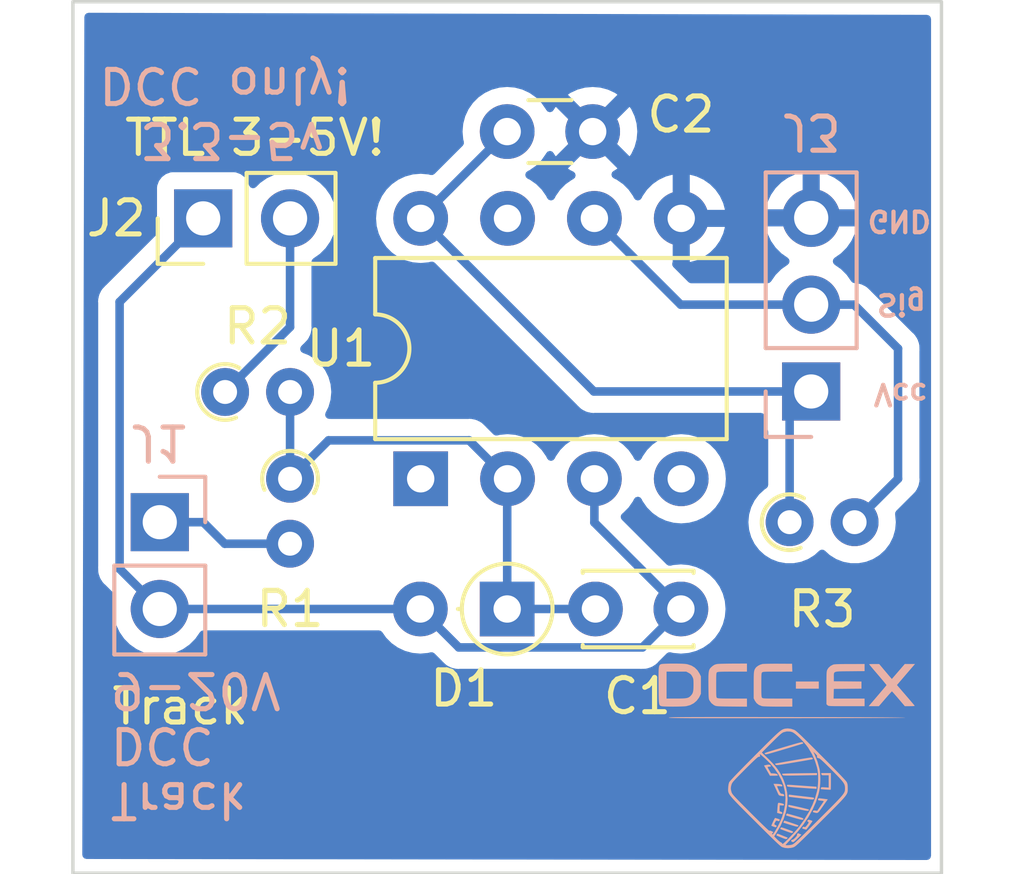
<source format=kicad_pcb>
(kicad_pcb (version 20221018) (generator pcbnew)
  (layers (0 "F.Cu" signal) (31 "B.Cu" signal) (34 "B.Paste" user) (35 "F.Paste" user) (36 "B.SilkS" user "B.Silkscreen") (37 "F.SilkS" user "F.Silkscreen") (38 "B.Mask" user) (39 "F.Mask" user) (44 "Edge.Cuts" user))
  (net 0 "")
  (net 1 "Net-(D1-K)")
  (net 2 "Net-(D1-A)")
  (net 3 "+5V")
  (net 4 "GND")
  (net 5 "Net-(J1-Pin_1)")
  (net 6 "Net-(J2-Pin_2)")
  (net 9 "Net-(J3-Pin_2)")
  (footprint "Resistor_THT:R_Axial_DIN0204_L3.6mm_D1.6mm_P1.90mm_Vertical" (layer "F.Cu") (at 121.29 86.35)
    (fp_text reference "R2" (at 0.95 -1.92) (layer "F.SilkS"))
    (fp_text value "200")
    (fp_arc (start 0.320095 0.749359) (mid -0.813042 -0.054435) (end 0.417133 -0.7) (stroke (width 0.12)) (layer "F.SilkS"))
    (pad "1" thru_hole circle (at 0 0) (size 1.4 1.4) (drill 0.7) (layers "*.Cu" "*.Mask") (net 6 "Net-(J2-Pin_2)"))
    (pad "2" thru_hole oval (at 1.9 0) (size 1.4 1.4) (drill 0.7) (layers "*.Cu" "*.Mask") (net 1 "Net-(D1-K)"))
  )
  (footprint "Connector_PinHeader_2.54mm:PinHeader_1x02_P2.54mm_Vertical" (layer "F.Cu") (at 120.65 81.27 90)
    (fp_text reference "J2" (at 0 -2.54 180) (layer "F.SilkS"))
    (fp_text value "Conn_01x02")
    (fp_line (start -1.33 -1.33) (end 0 -1.33) (stroke (width 0.12)) (layer "F.SilkS"))
    (fp_line (start -1.33 0) (end -1.33 -1.33) (stroke (width 0.12)) (layer "F.SilkS"))
    (fp_line (start -1.33 1.27) (end -1.33 3.87) (stroke (width 0.12)) (layer "F.SilkS"))
    (fp_line (start -1.33 1.27) (end 1.33 1.27) (stroke (width 0.12)) (layer "F.SilkS"))
    (fp_line (start -1.33 3.87) (end 1.33 3.87) (stroke (width 0.12)) (layer "F.SilkS"))
    (fp_line (start 1.33 1.27) (end 1.33 3.87) (stroke (width 0.12)) (layer "F.SilkS"))
    (pad "1" thru_hole rect (at 0 0 90) (size 1.7 1.7) (drill 1) (layers "*.Cu" "*.Mask") (net 2 "Net-(D1-A)"))
    (pad "2" thru_hole oval (at 0 2.54 90) (size 1.7 1.7) (drill 1) (layers "*.Cu" "*.Mask") (net 6 "Net-(J2-Pin_2)"))
  )
  (footprint "Capacitor_THT:C_Disc_D3.0mm_W1.6mm_P2.50mm" (layer "F.Cu") (at 129.54 78.73)
    (fp_text reference "C2" (at 5.08 -0.498) (layer "F.SilkS"))
    (fp_text value ".1uF")
    (fp_line (start 0.621 -0.92) (end 1.879 -0.92) (stroke (width 0.12)) (layer "F.SilkS"))
    (fp_line (start 0.621 0.92) (end 1.879 0.92) (stroke (width 0.12)) (layer "F.SilkS"))
    (pad "1" thru_hole circle (at 0 0) (size 1.6 1.6) (drill 0.8) (layers "*.Cu" "*.Mask") (net 3 "+5V"))
    (pad "2" thru_hole circle (at 2.5 0) (size 1.6 1.6) (drill 0.8) (layers "*.Cu" "*.Mask") (net 4 "GND"))
  )
  (footprint "Diode_THT:D_DO-35_SOD27_P2.54mm_Vertical_AnodeUp" (layer "F.Cu") (at 129.54 92.7 180)
    (fp_text reference "D1" (at 1.27 -2.326371) (layer "F.SilkS"))
    (fp_text value "1N4148")
    (fp_line (start 1.326371 0) (end 1.44 0) (stroke (width 0.12)) (layer "F.SilkS"))
    (fp_circle (center 0 0) (end 1.326371 0) (stroke (width 0.12)) (fill none) (layer "F.SilkS"))
    (pad "1" thru_hole rect (at 0 0 180) (size 1.6 1.6) (drill 0.8) (layers "*.Cu" "*.Mask") (net 1 "Net-(D1-K)"))
    (pad "2" thru_hole oval (at 2.54 0 180) (size 1.6 1.6) (drill 0.8) (layers "*.Cu" "*.Mask") (net 2 "Net-(D1-A)"))
  )
  (footprint "Resistor_THT:R_Axial_DIN0204_L3.6mm_D1.6mm_P1.90mm_Vertical" (layer "F.Cu") (at 137.8 90.16)
    (fp_text reference "R3" (at 0.95 2.55) (layer "F.SilkS"))
    (fp_text value "470")
    (fp_arc (start 0.320095 0.749359) (mid -0.813042 -0.054435) (end 0.417133 -0.7) (stroke (width 0.12)) (layer "F.SilkS"))
    (pad "1" thru_hole circle (at 0 0) (size 1.4 1.4) (drill 0.7) (layers "*.Cu" "*.Mask") (net 3 "+5V"))
    (pad "2" thru_hole oval (at 1.9 0) (size 1.4 1.4) (drill 0.7) (layers "*.Cu" "*.Mask") (net 9 "Net-(J3-Pin_2)"))
  )
  (footprint "Capacitor_THT:C_Disc_D3.0mm_W2.0mm_P2.50mm" (layer "F.Cu") (at 132.12 92.7)
    (fp_text reference "C1" (at 1.23 2.55) (layer "F.SilkS"))
    (fp_text value "270pF")
    (fp_line (start -0.37 -1.12) (end -0.37 -1.055) (stroke (width 0.12)) (layer "F.SilkS"))
    (fp_line (start -0.37 -1.12) (end 2.87 -1.12) (stroke (width 0.12)) (layer "F.SilkS"))
    (fp_line (start -0.37 1.055) (end -0.37 1.12) (stroke (width 0.12)) (layer "F.SilkS"))
    (fp_line (start -0.37 1.12) (end 2.87 1.12) (stroke (width 0.12)) (layer "F.SilkS"))
    (fp_line (start 2.87 -1.12) (end 2.87 -1.055) (stroke (width 0.12)) (layer "F.SilkS"))
    (fp_line (start 2.87 1.055) (end 2.87 1.12) (stroke (width 0.12)) (layer "F.SilkS"))
    (pad "1" thru_hole circle (at 0 0) (size 1.6 1.6) (drill 0.8) (layers "*.Cu" "*.Mask") (net 1 "Net-(D1-K)"))
    (pad "2" thru_hole circle (at 2.5 0) (size 1.6 1.6) (drill 0.8) (layers "*.Cu" "*.Mask") (net 2 "Net-(D1-A)"))
  )
  (footprint "Package_DIP:DIP-8_W7.62mm" (layer "F.Cu") (at 127.01 88.89 90)
    (fp_text reference "U1" (at 3.81 -2.33 180) (layer "F.SilkS"))
    (fp_text value "6N137")
    (fp_line (start 1.16 -1.33) (end 1.16 8.95) (stroke (width 0.12)) (layer "F.SilkS"))
    (fp_line (start 1.16 8.95) (end 6.46 8.95) (stroke (width 0.12)) (layer "F.SilkS"))
    (fp_line (start 2.81 -1.33) (end 1.16 -1.33) (stroke (width 0.12)) (layer "F.SilkS"))
    (fp_line (start 6.46 -1.33) (end 4.81 -1.33) (stroke (width 0.12)) (layer "F.SilkS"))
    (fp_line (start 6.46 8.95) (end 6.46 -1.33) (stroke (width 0.12)) (layer "F.SilkS"))
    (fp_arc (start 4.81 -1.33) (mid 3.81 -0.33) (end 2.81 -1.33) (stroke (width 0.12)) (layer "F.SilkS"))
    (pad "1" thru_hole rect (at 0 0 90) (size 1.6 1.6) (drill 0.8) (layers "*.Cu" "*.Mask"))
    (pad "2" thru_hole oval (at 0 2.54 90) (size 1.6 1.6) (drill 0.8) (layers "*.Cu" "*.Mask") (net 1 "Net-(D1-K)"))
    (pad "3" thru_hole oval (at 0 5.08 90) (size 1.6 1.6) (drill 0.8) (layers "*.Cu" "*.Mask") (net 2 "Net-(D1-A)"))
    (pad "4" thru_hole oval (at 0 7.62 90) (size 1.6 1.6) (drill 0.8) (layers "*.Cu" "*.Mask"))
    (pad "5" thru_hole oval (at 7.62 7.62 90) (size 1.6 1.6) (drill 0.8) (layers "*.Cu" "*.Mask") (net 4 "GND"))
    (pad "6" thru_hole oval (at 7.62 5.08 90) (size 1.6 1.6) (drill 0.8) (layers "*.Cu" "*.Mask") (net 9 "Net-(J3-Pin_2)"))
    (pad "7" thru_hole oval (at 7.62 2.54 90) (size 1.6 1.6) (drill 0.8) (layers "*.Cu" "*.Mask"))
    (pad "8" thru_hole oval (at 7.62 0 90) (size 1.6 1.6) (drill 0.8) (layers "*.Cu" "*.Mask") (net 3 "+5V"))
  )
  (footprint "Resistor_THT:R_Axial_DIN0204_L3.6mm_D1.6mm_P1.90mm_Vertical" (layer "F.Cu") (at 123.19 88.89 -90)
    (fp_text reference "R1" (at 3.81 0 -180) (layer "F.SilkS"))
    (fp_text value "1.3k")
    (fp_arc (start 0.320095 0.749359) (mid -0.813042 -0.054435) (end 0.417133 -0.7) (stroke (width 0.12)) (layer "F.SilkS"))
    (pad "1" thru_hole circle (at 0 0 270) (size 1.4 1.4) (drill 0.7) (layers "*.Cu" "*.Mask") (net 1 "Net-(D1-K)"))
    (pad "2" thru_hole oval (at 1.9 0 270) (size 1.4 1.4) (drill 0.7) (layers "*.Cu" "*.Mask") (net 5 "Net-(J1-Pin_1)"))
  )
  (footprint "Connector_PinHeader_2.54mm:PinHeader_1x02_P2.54mm_Vertical" (layer "B.Cu") (at 119.38 90.16 180)
    (fp_text reference "J1" (at 0 2.33 180 unlocked) (layer "B.SilkS") (effects (justify mirror)))
    (fp_text value "Conn_01x02")
    (fp_line (start -1.33 -3.87) (end 1.33 -3.87) (stroke (width 0.12)) (layer "B.SilkS"))
    (fp_line (start -1.33 -1.27) (end -1.33 -3.87) (stroke (width 0.12)) (layer "B.SilkS"))
    (fp_line (start -1.33 -1.27) (end 1.33 -1.27) (stroke (width 0.12)) (layer "B.SilkS"))
    (fp_line (start -1.33 0) (end -1.33 1.33) (stroke (width 0.12)) (layer "B.SilkS"))
    (fp_line (start -1.33 1.33) (end 0 1.33) (stroke (width 0.12)) (layer "B.SilkS"))
    (fp_line (start 1.33 -1.27) (end 1.33 -3.87) (stroke (width 0.12)) (layer "B.SilkS"))
    (pad "1" thru_hole rect (at 0 0 180) (size 1.7 1.7) (drill 1) (layers "*.Cu" "*.Mask") (net 5 "Net-(J1-Pin_1)"))
    (pad "2" thru_hole oval (at 0 -2.54 180) (size 1.7 1.7) (drill 1) (layers "*.Cu" "*.Mask") (net 2 "Net-(D1-A)"))
  )
  (footprint "Connector_PinHeader_2.54mm:PinHeader_1x03_P2.54mm_Vertical" (layer "B.Cu") (at 138.43 86.335)
    (fp_text reference "J3" (at 0 -7.605 180 unlocked) (layer "B.SilkS") (effects (justify mirror)))
    (fp_text value "Conn_01x03_Pin")
    (fp_line (start -1.33 -6.41) (end 1.33 -6.41) (stroke (width 0.12)) (layer "B.SilkS"))
    (fp_line (start -1.33 -1.27) (end -1.33 -6.41) (stroke (width 0.12)) (layer "B.SilkS"))
    (fp_line (start -1.33 -1.27) (end 1.33 -1.27) (stroke (width 0.12)) (layer "B.SilkS"))
    (fp_line (start -1.33 0) (end -1.33 1.33) (stroke (width 0.12)) (layer "B.SilkS"))
    (fp_line (start -1.33 1.33) (end 0 1.33) (stroke (width 0.12)) (layer "B.SilkS"))
    (fp_line (start 1.33 -1.27) (end 1.33 -6.41) (stroke (width 0.12)) (layer "B.SilkS"))
    (pad "1" thru_hole rect (at 0 0) (size 1.7 1.7) (drill 1) (layers "*.Cu" "*.Mask") (net 3 "+5V"))
    (pad "2" thru_hole oval (at 0 -2.54) (size 1.7 1.7) (drill 1) (layers "*.Cu" "*.Mask") (net 9 "Net-(J3-Pin_2)"))
    (pad "3" thru_hole oval (at 0 -5.08) (size 1.7 1.7) (drill 1) (layers "*.Cu" "*.Mask") (net 4 "GND"))
  )
  (footprint "EX_Logos:EX_Logo_6mm" (layer "B.Cu") (at 137.668 97.028)
    (fp_text reference "G***" hide)
    (fp_text value "LOGO" hide)
    (fp_poly (pts (xy 0.985005 -2.101345) (xy 0.985005 -2.206412) (xy 0.650104 -2.206412) (xy 0.315202 -2.206412) (xy 0.315202 -2.101345) (xy 0.315202 -1.996277) (xy 0.650104 -1.996277) (xy 0.985005 -1.996277)) (fill solid) (layer "B.SilkS"))
    (fp_poly (pts (xy 0.046876 2.400431) (xy 0.056509 2.392136) (xy 0.057587 2.391063) (xy 0.074864 2.371897) (xy 0.072017 2.361813) (xy 0.051601 2.352935) (xy 0.025606 2.342729) (xy -0.017409 2.325582) (xy -0.070121 2.304417) (xy -0.097769 2.293266) (xy -0.148898 2.272903) (xy -0.190424 2.256913) (xy -0.216662 2.247454) (xy -0.222661 2.245812) (xy -0.2346 2.255547) (xy -0.245757 2.27091) (xy -0.254854 2.292219) (xy -0.245633 2.302677) (xy -0.157138 2.339922) (xy -0.089591 2.36784) (xy -0.039765 2.387369) (xy -0.004433 2.399453) (xy 0.019632 2.40503) (xy 0.03566 2.405043)) (fill solid) (layer "B.SilkS"))
    (fp_poly (pts (xy 0.14427 0.546946) (xy 0.233177 0.545953) (xy 0.344039 0.544279) (xy 0.436686 0.542726) (xy 0.932472 0.534225) (xy 0.932472 0.503514) (xy 0.932472 0.472802) (xy 0.653387 0.475763) (xy 0.549819 0.47694) (xy 0.436003 0.478365) (xy 0.321463 0.47991) (xy 0.215724 0.481448) (xy 0.141184 0.482632) (xy 0.066223 0.48444) (xy 0.001271 0.487058) (xy -0.049497 0.490231) (xy -0.081908 0.493705) (xy -0.091934 0.496862) (xy -0.084874 0.514799) (xy -0.075517 0.529204) (xy -0.069568 0.534851) (xy -0.059346 0.539349) (xy -0.042325 0.542766) (xy -0.015979 0.545167) (xy 0.022218 0.54662) (xy 0.074793 0.54719)) (fill solid) (layer "B.SilkS"))
    (fp_poly (pts (xy 0.252888 2.486461) (xy 0.283567 2.462293) (xy 0.323545 2.426574) (xy 0.366733 2.38472) (xy 0.476784 2.274094) (xy 0.427223 2.253386) (xy 0.393653 2.239421) (xy 0.376171 2.23454) (xy 0.366285 2.238557) (xy 0.355508 2.251285) (xy 0.35508 2.251803) (xy 0.345994 2.274727) (xy 0.348457 2.285893) (xy 0.344763 2.302175) (xy 0.326307 2.328923) (xy 0.298842 2.360198) (xy 0.268122 2.390065) (xy 0.239901 2.412588) (xy 0.219933 2.42183) (xy 0.217076 2.421439) (xy 0.196976 2.425389) (xy 0.183184 2.437069) (xy 0.17261 2.455985) (xy 0.182926 2.471504) (xy 0.190157 2.477067) (xy 0.218647 2.491742) (xy 0.235918 2.495346)) (fill solid) (layer "B.SilkS"))
    (fp_poly (pts (xy 0.369451 2.038523) (xy 0.374851 2.035222) (xy 0.389574 2.016008) (xy 0.390713 2.006108) (xy 0.378116 1.999603) (xy 0.345566 1.986825) (xy 0.298126 1.969499) (xy 0.240863 1.949351) (xy 0.178841 1.928107) (xy 0.117125 1.907493) (xy 0.060781 1.889235) (xy 0.014873 1.875057) (xy -0.015533 1.866687) (xy -0.022521 1.865311) (xy -0.030026 1.874991) (xy -0.040002 1.892335) (xy -0.049715 1.914903) (xy -0.050314 1.923721) (xy -0.036931 1.928763) (xy -0.002766 1.940111) (xy 0.04785 1.956368) (xy 0.110588 1.976137) (xy 0.154429 1.989779) (xy 0.232314 2.013442) (xy 0.289049 2.029383) (xy 0.328344 2.038367) (xy 0.353909 2.041159)) (fill solid) (layer "B.SilkS"))
    (fp_poly (pts (xy 0.519459 1.837837) (xy 0.521083 1.836756) (xy 0.53211 1.826627) (xy 0.537665 1.817388) (xy 0.535662 1.808228) (xy 0.524017 1.798333) (xy 0.500646 1.786889) (xy 0.463463 1.773083) (xy 0.410385 1.756103) (xy 0.339327 1.735134) (xy 0.248204 1.709363) (xy 0.134932 1.677979) (xy 0.064193 1.658512) (xy 0.044021 1.664231) (xy 0.035163 1.682726) (xy 0.030115 1.706732) (xy 0.030071 1.715067) (xy 0.042956 1.719206) (xy 0.077134 1.729336) (xy 0.128625 1.744299) (xy 0.193447 1.762937) (xy 0.267618 1.784095) (xy 0.268265 1.784279) (xy 0.357929 1.809181) (xy 0.425258 1.826444) (xy 0.472873 1.836611) (xy 0.503399 1.840227)) (fill solid) (layer "B.SilkS"))
    (fp_poly (pts (xy 0.209699 2.223566) (xy 0.220516 2.21496) (xy 0.224074 2.211442) (xy 0.233162 2.201355) (xy 0.235419 2.192751) (xy 0.227672 2.183781) (xy 0.206748 2.172596) (xy 0.169471 2.157347) (xy 0.11267 2.136184) (xy 0.06532 2.118943) (xy -0.005722 2.093313) (xy -0.05609 2.075969) (xy -0.089744 2.066087) (xy -0.110645 2.062846) (xy -0.122756 2.065422) (xy -0.130038 2.072992) (xy -0.132785 2.077789) (xy -0.141484 2.100343) (xy -0.140924 2.109265) (xy -0.127155 2.115619) (xy -0.093385 2.129069) (xy -0.044318 2.147796) (xy 0.015337 2.169982) (xy 0.03164 2.17596) (xy 0.09868 2.200313) (xy 0.145536 2.216426) (xy 0.176679 2.225123) (xy 0.196576 2.227228)) (fill solid) (layer "B.SilkS"))
    (fp_poly (pts (xy 0.919338 0.903874) (xy 0.919338 0.872127) (xy 0.50892 0.842918) (xy 0.386802 0.834187) (xy 0.288383 0.827182) (xy 0.211153 0.821909) (xy 0.152599 0.818374) (xy 0.11021 0.81658) (xy 0.081476 0.816534) (xy 0.063885 0.81824) (xy 0.054926 0.821703) (xy 0.052088 0.826928) (xy 0.05286 0.833919) (xy 0.05473 0.842683) (xy 0.054904 0.843821) (xy 0.057173 0.853604) (xy 0.063049 0.861289) (xy 0.075838 0.867469) (xy 0.098842 0.872734) (xy 0.135366 0.877677) (xy 0.188715 0.882888) (xy 0.262191 0.888959) (xy 0.341469 0.895124) (xy 0.436626 0.902354) (xy 0.533783 0.90956) (xy 0.626017 0.916241) (xy 0.706409 0.921895) (xy 0.768038 0.926022) (xy 0.771588 0.926249) (xy 0.919338 0.935621)) (fill solid) (layer "B.SilkS"))
    (fp_poly (pts (xy 0.6735 1.577068) (xy 0.687643 1.570887) (xy 0.694095 1.559723) (xy 0.695844 1.543705) (xy 0.695869 1.542243) (xy 0.683786 1.536798) (xy 0.650357 1.526932) (xy 0.599934 1.513652) (xy 0.536872 1.497963) (xy 0.465523 1.480872) (xy 0.390242 1.463384) (xy 0.315382 1.446506) (xy 0.245296 1.431244) (xy 0.184338 1.418603) (xy 0.136862 1.40959) (xy 0.107221 1.40521) (xy 0.101784 1.404961) (xy 0.094171 1.41641) (xy 0.091934 1.435787) (xy 0.093092 1.445864) (xy 0.098639 1.454512) (xy 0.111684 1.462723) (xy 0.135337 1.47149) (xy 0.172707 1.481808) (xy 0.226904 1.494668) (xy 0.301036 1.511063) (xy 0.382784 1.52868) (xy 0.480225 1.549361) (xy 0.555028 1.564411) (xy 0.610182 1.573959) (xy 0.648676 1.578135)) (fill solid) (layer "B.SilkS"))
    (fp_poly (pts (xy -0.096006 1.66788) (xy -0.088851 1.662675) (xy -0.079609 1.635115) (xy -0.094862 1.61528) (xy -0.121484 1.605099) (xy -0.149962 1.593514) (xy -0.162797 1.579919) (xy -0.162854 1.578457) (xy -0.161786 1.557328) (xy -0.160444 1.519681) (xy -0.159571 1.489983) (xy -0.157601 1.417092) (xy -0.095217 1.421033) (xy -0.057208 1.422049) (xy -0.038659 1.417292) (xy -0.033003 1.404516) (xy -0.032833 1.3997) (xy -0.038649 1.383246) (xy -0.059625 1.370548) (xy -0.101051 1.358519) (xy -0.105067 1.357573) (xy -0.155992 1.346235) (xy -0.18693 1.342798) (xy -0.203474 1.34918) (xy -0.211213 1.367303) (xy -0.215293 1.395424) (xy -0.219734 1.438192) (xy -0.224584 1.49423) (xy -0.228347 1.545022) (xy -0.234632 1.638803) (xy -0.166566 1.657956) (xy -0.121337 1.668344)) (fill solid) (layer "B.SilkS"))
    (fp_poly (pts (xy -0.275472 0.550581) (xy -0.235544 0.547846) (xy -0.213262 0.543893) (xy -0.210552 0.541753) (xy -0.223025 0.512735) (xy -0.258171 0.493654) (xy -0.316927 0.484048) (xy -0.328992 0.48334) (xy -0.413125 0.479369) (xy -0.462664 0.39406) (xy -0.486536 0.351717) (xy -0.504102 0.318205) (xy -0.512046 0.299902) (xy -0.512202 0.298843) (xy -0.500978 0.2913) (xy -0.480443 0.288935) (xy -0.446108 0.28558) (xy -0.427343 0.280745) (xy -0.413441 0.272614) (xy -0.417958 0.259948) (xy -0.428304 0.247912) (xy -0.447975 0.232129) (xy -0.473814 0.225927) (xy -0.51232 0.228862) (xy -0.562206 0.238729) (xy -0.618776 0.251378) (xy -0.590239 0.299707) (xy -0.570219 0.333877) (xy -0.542264 0.381928) (xy -0.51154 0.434976) (xy -0.502969 0.449819) (xy -0.444237 0.551603) (xy -0.327185 0.551603)) (fill solid) (layer "B.SilkS"))
    (fp_poly (pts (xy 1.333728 0.96024) (xy 1.335594 0.945858) (xy 1.337217 0.909451) (xy 1.338494 0.85526) (xy 1.339324 0.787527) (xy 1.339607 0.713581) (xy 1.339607 0.472802) (xy 1.196961 0.472802) (xy 1.054315 0.472802) (xy 1.060591 0.505636) (xy 1.065109 0.522037) (xy 1.074729 0.531805) (xy 1.095187 0.536655) (xy 1.13222 0.538303) (xy 1.170404 0.538469) (xy 1.27394 0.538469) (xy 1.27394 0.717621) (xy 1.27394 0.896774) (xy 1.16344 0.88988) (xy 1.109453 0.886954) (xy 1.076109 0.887076) (xy 1.057865 0.891215) (xy 1.04918 0.900338) (xy 1.04576 0.910438) (xy 1.041494 0.933827) (xy 1.04225 0.94156) (xy 1.05676 0.944589) (xy 1.090753 0.948259) (xy 1.13762 0.952146) (xy 1.190755 0.955828) (xy 1.24355 0.95888) (xy 1.289398 0.960879) (xy 1.321691 0.961402)) (fill solid) (layer "B.SilkS"))
    (fp_poly (pts (xy -0.029377 1.143869) (xy -0.026271 1.125113) (xy -0.026267 1.123612) (xy -0.037431 1.096164) (xy -0.071259 1.080833) (xy -0.112544 1.077118) (xy -0.133334 1.064229) (xy -0.159964 1.02589) (xy -0.192352 0.962245) (xy -0.230417 0.873434) (xy -0.234898 0.862259) (xy -0.225975 0.856151) (xy -0.194308 0.855288) (xy -0.158481 0.858073) (xy -0.114127 0.862197) (xy -0.090171 0.861749) (xy -0.080918 0.855202) (xy -0.080678 0.841027) (xy -0.081184 0.837324) (xy -0.093307 0.816475) (xy -0.124263 0.801858) (xy -0.176295 0.792882) (xy -0.251644 0.788954) (xy -0.26535 0.788761) (xy -0.340266 0.788004) (xy -0.286936 0.902921) (xy -0.260395 0.960457) (xy -0.235084 1.015915) (xy -0.215103 1.060291) (xy -0.209381 1.073244) (xy -0.194832 1.102995) (xy -0.178594 1.121909) (xy -0.154031 1.133666) (xy -0.114507 1.141948) (xy -0.075517 1.147496) (xy -0.043308 1.150125)) (fill solid) (layer "B.SilkS"))
    (fp_poly (pts (xy 0.62215 2.12614) (xy 0.645259 2.09651) (xy 0.675298 2.056506) (xy 0.708593 2.011215) (xy 0.741474 1.965726) (xy 0.770267 1.925126) (xy 0.791302 1.894502) (xy 0.800906 1.878941) (xy 0.801138 1.878152) (xy 0.789967 1.869744) (xy 0.762812 1.858398) (xy 0.729209 1.847394) (xy 0.698695 1.840009) (xy 0.686305 1.838676) (xy 0.668004 1.847788) (xy 0.654995 1.860512) (xy 0.645393 1.879906) (xy 0.650104 1.886992) (xy 0.677181 1.899001) (xy 0.687812 1.913534) (xy 0.681774 1.935725) (xy 0.658849 1.970705) (xy 0.645764 1.988287) (xy 0.615774 2.026517) (xy 0.595219 2.046949) (xy 0.578599 2.05339) (xy 0.560413 2.049647) (xy 0.558269 2.048848) (xy 0.531591 2.043413) (xy 0.51552 2.05616) (xy 0.512442 2.061497) (xy 0.501686 2.083928) (xy 0.49907 2.092207) (xy 0.510326 2.098925) (xy 0.537705 2.108385) (xy 0.571619 2.117944) (xy 0.602481 2.124959) (xy 0.620704 2.126788)) (fill solid) (layer "B.SilkS"))
    (fp_poly (pts (xy 0.817831 1.244525) (xy 0.831748 1.240908) (xy 0.839211 1.234773) (xy 0.843023 1.226212) (xy 0.844358 1.221351) (xy 0.846827 1.211989) (xy 0.846871 1.204478) (xy 0.841665 1.198232) (xy 0.828387 1.192662) (xy 0.804214 1.187182) (xy 0.766323 1.181203) (xy 0.711891 1.174139) (xy 0.638096 1.165401) (xy 0.542113 1.154402) (xy 0.49907 1.149489) (xy 0.41071 1.139315) (xy 0.328389 1.129692) (xy 0.256641 1.121159) (xy 0.199998 1.114258) (xy 0.162995 1.109531) (xy 0.154318 1.108312) (xy 0.122219 1.104991) (xy 0.108328 1.110906) (xy 0.105099 1.130128) (xy 0.105067 1.134885) (xy 0.106773 1.160142) (xy 0.110196 1.168873) (xy 0.124098 1.17038) (xy 0.160515 1.174621) (xy 0.215886 1.181173) (xy 0.286647 1.189611) (xy 0.369239 1.199514) (xy 0.441814 1.208253) (xy 0.553323 1.221656) (xy 0.641558 1.231995) (xy 0.709323 1.239359) (xy 0.759422 1.243842) (xy 0.794656 1.245533)) (fill solid) (layer "B.SilkS"))
    (fp_poly (pts (xy -0.263793 2.05345) (xy -0.253803 2.041322) (xy -0.244159 2.022879) (xy -0.252608 2.009619) (xy -0.272303 1.998307) (xy -0.299419 1.983832) (xy -0.313929 1.975016) (xy -0.313973 1.974978) (xy -0.313665 1.96003) (xy -0.30287 1.932633) (xy -0.286373 1.901709) (xy -0.26896 1.87618) (xy -0.255414 1.864968) (xy -0.254961 1.864943) (xy -0.230307 1.86938) (xy -0.206093 1.877116) (xy -0.180317 1.882308) (xy -0.164983 1.868483) (xy -0.160473 1.859436) (xy -0.154624 1.841741) (xy -0.160418 1.829721) (xy -0.182733 1.818827) (xy -0.215774 1.807862) (xy -0.255539 1.795822) (xy -0.284599 1.787935) (xy -0.293974 1.786142) (xy -0.303101 1.797285) (xy -0.320006 1.827223) (xy -0.341854 1.870725) (xy -0.35548 1.899688) (xy -0.377563 1.948695) (xy -0.394233 1.98759) (xy -0.403267 2.011078) (xy -0.404129 2.015558) (xy -0.39087 2.021042) (xy -0.360713 2.032592) (xy -0.336101 2.041796) (xy -0.298114 2.055201) (xy -0.276667 2.059101)) (fill solid) (layer "B.SilkS"))
    (fp_poly (pts (xy 0.938969 1.640798) (xy 0.960978 1.630571) (xy 0.984794 1.608953) (xy 1.013773 1.573546) (xy 1.05127 1.521955) (xy 1.100641 1.451782) (xy 1.10564 1.444674) (xy 1.248874 1.241106) (xy 1.133357 1.225819) (xy 1.067173 1.217202) (xy 1.022442 1.212172) (xy 0.994585 1.210818) (xy 0.979023 1.213227) (xy 0.971175 1.21949) (xy 0.96671 1.229047) (xy 0.960635 1.250519) (xy 0.965808 1.263877) (xy 0.986788 1.272123) (xy 1.028133 1.278259) (xy 1.044106 1.280022) (xy 1.087511 1.28559) (xy 1.118247 1.291287) (xy 1.129473 1.295738) (xy 1.122411 1.308406) (xy 1.103117 1.338298) (xy 1.074429 1.381122) (xy 1.039185 1.432588) (xy 1.034256 1.439709) (xy 0.939038 1.577105) (xy 0.884048 1.569309) (xy 0.847202 1.566318) (xy 0.826714 1.572578) (xy 0.814931 1.587909) (xy 0.808628 1.605731) (xy 0.817806 1.616697) (xy 0.847485 1.626388) (xy 0.850221 1.6271) (xy 0.886946 1.636666) (xy 0.91541 1.642031)) (fill solid) (layer "B.SilkS"))
    (fp_poly (pts (xy -0.221213 0.238715) (xy -0.187739 0.235571) (xy -0.141516 0.229534) (xy -0.08005 0.220303) (xy -0.00085 0.20758) (xy 0.098578 0.191068) (xy 0.220726 0.170466) (xy 0.257792 0.164186) (xy 0.371078 0.144907) (xy 0.476827 0.126763) (xy 0.572106 0.11027) (xy 0.653979 0.095942) (xy 0.719509 0.084293) (xy 0.765762 0.075839) (xy 0.789802 0.071094) (xy 0.792035 0.070536) (xy 0.811326 0.056776) (xy 0.810251 0.038567) (xy 0.792013 0.02305) (xy 0.768197 0.017423) (xy 0.746805 0.01913) (xy 0.702604 0.024969) (xy 0.638646 0.034459) (xy 0.557979 0.04712) (xy 0.463656 0.062469) (xy 0.358724 0.080027) (xy 0.246236 0.099312) (xy 0.219995 0.103875) (xy 0.107755 0.123579) (xy 0.003756 0.142097) (xy -0.089188 0.158908) (xy -0.168267 0.173492) (xy -0.230668 0.185328) (xy -0.273579 0.193897) (xy -0.294188 0.198679) (xy -0.295572 0.19926) (xy -0.292207 0.211776) (xy -0.277474 0.22832) (xy -0.270069 0.233767) (xy -0.259885 0.237514) (xy -0.244431 0.239263)) (fill solid) (layer "B.SilkS"))
    (fp_poly (pts (xy -0.548697 -0.07652) (xy -0.522792 -0.080989) (xy -0.486276 -0.089468) (xy -0.43683 -0.102509) (xy -0.372135 -0.120664) (xy -0.28987 -0.144486) (xy -0.187717 -0.174524) (xy -0.063355 -0.211333) (xy -0.024092 -0.222971) (xy 0.09059 -0.257109) (xy 0.197488 -0.289202) (xy 0.293966 -0.31844) (xy 0.37739 -0.344011) (xy 0.445125 -0.365106) (xy 0.494536 -0.380912) (xy 0.52299 -0.390618) (xy 0.52893 -0.393199) (xy 0.528392 -0.407641) (xy 0.515797 -0.423099) (xy 0.508624 -0.427573) (xy 0.497813 -0.429822) (xy 0.481105 -0.42928) (xy 0.456239 -0.425384) (xy 0.420956 -0.417569) (xy 0.372997 -0.40527) (xy 0.310102 -0.387923) (xy 0.230012 -0.364964) (xy 0.130467 -0.335828) (xy 0.009209 -0.29995) (xy -0.062884 -0.27853) (xy -0.195454 -0.239077) (xy -0.304931 -0.206349) (xy -0.3934 -0.179594) (xy -0.462948 -0.15806) (xy -0.515661 -0.140997) (xy -0.553625 -0.127651) (xy -0.578928 -0.117273) (xy -0.593654 -0.109109) (xy -0.599892 -0.10241) (xy -0.599726 -0.096422) (xy -0.595244 -0.090394) (xy -0.592612 -0.087706) (xy -0.58595 -0.081654) (xy -0.577957 -0.077404) (xy -0.566312 -0.075509)) (fill solid) (layer "B.SilkS"))
    (fp_poly (pts (xy 2.324612 -1.595709) (xy 2.324612 -1.707343) (xy 1.871066 -1.707343) (xy 1.417519 -1.707343) (xy 1.421247 -1.848527) (xy 1.424974 -1.989711) (xy 1.828826 -1.993184) (xy 2.232679 -1.996657) (xy 2.232679 -2.101345) (xy 2.232679 -2.206032) (xy 1.828826 -2.209505) (xy 1.424974 -2.212979) (xy 1.424974 -2.334025) (xy 1.424503 -2.377956) (xy 1.424758 -2.41349) (xy 1.428246 -2.441539) (xy 1.437473 -2.463013) (xy 1.454945 -2.478821) (xy 1.483168 -2.489873) (xy 1.524648 -2.49708) (xy 1.58189 -2.501351) (xy 1.657402 -2.503596) (xy 1.753688 -2.504725) (xy 1.873256 -2.505649) (xy 1.898228 -2.505871) (xy 2.324612 -2.509828) (xy 2.324612 -2.614221) (xy 2.324612 -2.718614) (xy 1.887927 -2.718038) (xy 1.758262 -2.717588) (xy 1.65253 -2.716558) (xy 1.5684 -2.714859) (xy 1.503543 -2.712404) (xy 1.455628 -2.709107) (xy 1.422326 -2.704881) (xy 1.401964 -2.699876) (xy 1.326286 -2.660827) (xy 1.266317 -2.605045) (xy 1.235884 -2.557224) (xy 1.228678 -2.541348) (xy 1.222847 -2.52465) (xy 1.218246 -2.504307) (xy 1.21473 -2.477498) (xy 1.212153 -2.4414) (xy 1.21037 -2.39319) (xy 1.209235 -2.330046) (xy 1.208605 -2.249145) (xy 1.208332 -2.147666) (xy 1.208273 -2.022785) (xy 1.208273 -2.020687) (xy 1.208273 -1.541187) (xy 1.23867 -1.512631) (xy 1.246743 -1.505516) (xy 1.256034 -1.499693) (xy 1.269076 -1.495033) (xy 1.2884 -1.491407) (xy 1.316537 -1.488684) (xy 1.356019 -1.486736) (xy 1.409378 -1.485432) (xy 1.479144 -1.484644) (xy 1.567849 -1.484241) (xy 1.678026 -1.484094) (xy 1.796839 -1.484075) (xy 2.324612 -1.484075)) (fill solid) (layer "B.SilkS"))
    (fp_poly (pts (xy 2.928749 -1.700776) (xy 2.983566 -1.764195) (xy 3.032792 -1.820256) (xy 3.073838 -1.866085) (xy 3.104115 -1.898806) (xy 3.121036 -1.915543) (xy 3.123502 -1.917118) (xy 3.134224 -1.907442) (xy 3.15927 -1.880573) (xy 3.196056 -1.839415) (xy 3.241996 -1.786877) (xy 3.294507 -1.725865) (xy 3.316184 -1.700429) (xy 3.500052 -1.484099) (xy 3.648578 -1.484087) (xy 3.719117 -1.485062) (xy 3.764688 -1.488085) (xy 3.786517 -1.493279) (xy 3.788371 -1.498205) (xy 3.777864 -1.511409) (xy 3.752393 -1.541888) (xy 3.714166 -1.587045) (xy 3.665393 -1.64428) (xy 3.608284 -1.710996) (xy 3.545048 -1.784594) (xy 3.525171 -1.807676) (xy 3.270704 -2.103017) (xy 3.50896 -2.381265) (xy 3.57242 -2.455331) (xy 3.63144 -2.524123) (xy 3.683522 -2.584741) (xy 3.726172 -2.634281) (xy 3.756895 -2.669844) (xy 3.773194 -2.688527) (xy 3.773674 -2.689064) (xy 3.800132 -2.718614) (xy 3.64971 -2.718614) (xy 3.499287 -2.718614) (xy 3.310068 -2.499693) (xy 3.120848 -2.280771) (xy 3.070484 -2.338809) (xy 3.04409 -2.36957) (xy 3.005273 -2.415255) (xy 2.958457 -2.470638) (xy 2.908066 -2.53049) (xy 2.885783 -2.557036) (xy 2.751448 -2.717225) (xy 2.603697 -2.71792) (xy 2.544936 -2.717627) (xy 2.497253 -2.716307) (xy 2.465889 -2.714177) (xy 2.455946 -2.711757) (xy 2.464174 -2.700447) (xy 2.487457 -2.671753) (xy 2.523691 -2.62818) (xy 2.570777 -2.572233) (xy 2.626612 -2.506419) (xy 2.689094 -2.433241) (xy 2.712063 -2.406449) (xy 2.776248 -2.331256) (xy 2.834329 -2.262445) (xy 2.884232 -2.202536) (xy 2.923883 -2.154046) (xy 2.951211 -2.119493) (xy 2.964141 -2.101394) (xy 2.964881 -2.099413) (xy 2.955831 -2.087645) (xy 2.931794 -2.058451) (xy 2.894885 -2.014342) (xy 2.847218 -1.95783) (xy 2.790906 -1.891427) (xy 2.728064 -1.817643) (xy 2.702277 -1.78745) (xy 2.442971 -1.484075) (xy 2.592891 -1.484075) (xy 2.74281 -1.484075)) (fill solid) (layer "B.SilkS"))
    (fp_poly (pts (xy 0.210135 -1.589142) (xy 0.210135 -1.707343) (xy -0.221232 -1.707343) (xy -0.339566 -1.707427) (xy -0.434404 -1.707777) (xy -0.508516 -1.70854) (xy -0.564672 -1.709863) (xy -0.605643 -1.711893) (xy -0.634199 -1.714776) (xy -0.653109 -1.71866) (xy -0.665145 -1.723691) (xy -0.673077 -1.730015) (xy -0.674334 -1.73136) (xy -0.68096 -1.741316) (xy -0.686108 -1.756832) (xy -0.689959 -1.780995) (xy -0.692692 -1.816893) (xy -0.694489 -1.867612) (xy -0.695529 -1.936239) (xy -0.695992 -2.025861) (xy -0.69607 -2.103627) (xy -0.695951 -2.20893) (xy -0.695458 -2.291084) (xy -0.694389 -2.353205) (xy -0.692542 -2.398412) (xy -0.689714 -2.42982) (xy -0.685703 -2.450548) (xy -0.680307 -2.463711) (xy -0.673324 -2.472427) (xy -0.672053 -2.473611) (xy -0.663052 -2.479626) (xy -0.648941 -2.484433) (xy -0.626966 -2.488164) (xy -0.594376 -2.490951) (xy -0.548419 -2.492925) (xy -0.486342 -2.494219) (xy -0.405393 -2.494965) (xy -0.302821 -2.495294) (xy -0.218439 -2.495347) (xy 0.211157 -2.495347) (xy 0.207363 -2.610264) (xy 0.203568 -2.725181) (xy -0.203568 -2.727118) (xy -0.307328 -2.727241) (xy -0.405094 -2.726657) (xy -0.493089 -2.725443) (xy -0.567537 -2.723674) (xy -0.624662 -2.721428) (xy -0.660686 -2.71878) (xy -0.667876 -2.717721) (xy -0.729387 -2.698423) (xy -0.789691 -2.667523) (xy -0.839563 -2.630407) (xy -0.863303 -2.603647) (xy -0.878877 -2.579725) (xy -0.891264 -2.556729) (xy -0.900828 -2.531409) (xy -0.907934 -2.500514) (xy -0.912945 -2.460794) (xy -0.916226 -2.408996) (xy -0.91814 -2.341872) (xy -0.919052 -2.256169) (xy -0.919326 -2.148637) (xy -0.919338 -2.103305) (xy -0.919338 -1.7125) (xy -0.885195 -1.643984) (xy -0.835973 -1.573622) (xy -0.768664 -1.520673) (xy -0.686962 -1.487868) (xy -0.668595 -1.483845) (xy -0.638387 -1.480598) (xy -0.585826 -1.47765) (xy -0.514825 -1.475109) (xy -0.429298 -1.47308) (xy -0.333156 -1.471671) (xy -0.230314 -1.470989) (xy -0.195208 -1.470941) (xy 0.210135 -1.470941)) (fill solid) (layer "B.SilkS"))
    (fp_poly (pts (xy -1.431912 -1.131646) (xy -1.163299 -1.131763) (xy -0.871825 -1.131944) (xy -0.556583 -1.132184) (xy -0.216664 -1.132477) (xy 0.055817 -1.132732) (xy 0.465196 -1.133173) (xy 0.849004 -1.13369) (xy 1.207197 -1.134281) (xy 1.53973 -1.134948) (xy 1.846555 -1.135689) (xy 2.127629 -1.136504) (xy 2.382906 -1.137393) (xy 2.612339 -1.138356) (xy 2.815883 -1.139392) (xy 2.993494 -1.140502) (xy 3.145124 -1.141686) (xy 3.27073 -1.142942) (xy 3.370264 -1.144271) (xy 3.443682 -1.145672) (xy 3.490939 -1.147146) (xy 3.511988 -1.148692) (xy 3.513185 -1.149173) (xy 3.50006 -1.150741) (xy 3.460713 -1.152236) (xy 3.39519 -1.15366) (xy 3.303537 -1.15501) (xy 3.1858 -1.156289) (xy 3.042024 -1.157494) (xy 2.872254 -1.158626) (xy 2.676537 -1.159685) (xy 2.454917 -1.16067) (xy 2.20744 -1.161581) (xy 1.934152 -1.162419) (xy 1.635098 -1.163182) (xy 1.310324 -1.163871) (xy 0.959875 -1.164485) (xy 0.583797 -1.165025) (xy 0.182136 -1.165489) (xy 0.055817 -1.165614) (xy -0.30326 -1.165946) (xy -0.636978 -1.166227) (xy -0.946245 -1.166452) (xy -1.231968 -1.166618) (xy -1.495056 -1.166719) (xy -1.736417 -1.166752) (xy -1.956958 -1.166712) (xy -2.157586 -1.166596) (xy -2.339211 -1.166398) (xy -2.502739 -1.166114) (xy -2.649079 -1.16574) (xy -2.779139 -1.165272) (xy -2.893825 -1.164705) (xy -2.994047 -1.164036) (xy -3.080711 -1.163259) (xy -3.154727 -1.16237) (xy -3.217 -1.161366) (xy -3.26844 -1.160242) (xy -3.309955 -1.158993) (xy -3.342451 -1.157615) (xy -3.366837 -1.156104) (xy -3.384021 -1.154455) (xy -3.39491 -1.152665) (xy -3.400413 -1.150728) (xy -3.401551 -1.149173) (xy -3.399502 -1.147124) (xy -3.392749 -1.145224) (xy -3.380384 -1.143469) (xy -3.3615 -1.141855) (xy -3.335188 -1.140377) (xy -3.300541 -1.139032) (xy -3.256652 -1.137814) (xy -3.202611 -1.13672) (xy -3.137512 -1.135745) (xy -3.060446 -1.134884) (xy -2.970507 -1.134134) (xy -2.866785 -1.133491) (xy -2.748373 -1.132949) (xy -2.614363 -1.132505) (xy -2.463848 -1.132154) (xy -2.295919 -1.131891) (xy -2.109669 -1.131714) (xy -1.904189 -1.131617) (xy -1.678573 -1.131595)) (fill solid) (layer "B.SilkS"))
    (fp_poly (pts (xy -1.116339 -1.588348) (xy -1.116339 -1.707343) (xy -1.540664 -1.707343) (xy -1.661922 -1.707533) (xy -1.759498 -1.708176) (xy -1.835978 -1.709379) (xy -1.893944 -1.711249) (xy -1.935981 -1.713892) (xy -1.964673 -1.717417) (xy -1.982602 -1.721929) (xy -1.990483 -1.725984) (xy -1.998075 -1.732794) (xy -2.003992 -1.742838) (xy -2.008442 -1.759174) (xy -2.011632 -1.784865) (xy -2.013771 -1.82297) (xy -2.015066 -1.876551) (xy -2.015725 -1.948668) (xy -2.015957 -2.042382) (xy -2.015977 -2.101345) (xy -2.015887 -2.20764) (xy -2.015478 -2.290729) (xy -2.014543 -2.353673) (xy -2.012874 -2.399533) (xy -2.010263 -2.431369) (xy -2.006501 -2.452242) (xy -2.001382 -2.465212) (xy -1.994696 -2.47334) (xy -1.990483 -2.476705) (xy -1.978875 -2.482021) (xy -1.958424 -2.486269) (xy -1.926547 -2.489557) (xy -1.880659 -2.491991) (xy -1.818177 -2.493679) (xy -1.736518 -2.494727) (xy -1.633097 -2.495244) (xy -1.540664 -2.495347) (xy -1.116339 -2.495347) (xy -1.116339 -2.613547) (xy -1.116339 -2.731748) (xy -1.520191 -2.730203) (xy -1.623774 -2.729483) (xy -1.721569 -2.728192) (xy -1.809737 -2.726429) (xy -1.88444 -2.72429) (xy -1.941837 -2.721874) (xy -1.97809 -2.719278) (xy -1.984829 -2.718387) (xy -2.038127 -2.70639) (xy -2.081222 -2.68776) (xy -2.124444 -2.65719) (xy -2.154257 -2.631342) (xy -2.179217 -2.607274) (xy -2.199283 -2.582857) (xy -2.214946 -2.55505) (xy -2.226695 -2.52081) (xy -2.235023 -2.477095) (xy -2.240419 -2.420863) (xy -2.243373 -2.349072) (xy -2.244377 -2.25868) (xy -2.24392 -2.146644) (xy -2.243274 -2.079295) (xy -2.242009 -1.96908) (xy -2.240666 -1.881891) (xy -2.239003 -1.814488) (xy -2.236775 -1.76363) (xy -2.233739 -1.726077) (xy -2.229652 -1.69859) (xy -2.224271 -1.677927) (xy -2.217351 -1.660849) (xy -2.210897 -1.648242) (xy -2.155891 -1.572125) (xy -2.084237 -1.515943) (xy -2.055377 -1.501188) (xy -2.038609 -1.494678) (xy -2.01822 -1.489396) (xy -1.991299 -1.485181) (xy -1.954936 -1.48187) (xy -1.906223 -1.479298) (xy -1.842248 -1.477305) (xy -1.760101 -1.475726) (xy -1.656873 -1.474398) (xy -1.559591 -1.473431) (xy -1.116339 -1.469353)) (fill solid) (layer "B.SilkS"))
    (fp_poly (pts (xy -3.227736 -1.471488) (xy -3.139327 -1.472463) (xy -3.056429 -1.474321) (xy -2.983582 -1.477061) (xy -2.925323 -1.48068) (xy -2.889348 -1.48465) (xy -2.775995 -1.515038) (xy -2.675025 -1.567377) (xy -2.589046 -1.639774) (xy -2.520667 -1.730333) (xy -2.501001 -1.766729) (xy -2.462513 -1.845243) (xy -2.462513 -2.101345) (xy -2.462513 -2.357446) (xy -2.50112 -2.436079) (xy -2.563055 -2.534167) (xy -2.642512 -2.613023) (xy -2.73814 -2.671683) (xy -2.848589 -2.709183) (xy -2.896322 -2.718) (xy -2.943876 -2.722796) (xy -3.009117 -2.726452) (xy -3.087425 -2.728992) (xy -3.174176 -2.730436) (xy -3.264749 -2.730807) (xy -3.354522 -2.730126) (xy -3.438873 -2.728415) (xy -3.513179 -2.725695) (xy -3.572819 -2.721988) (xy -3.61317 -2.717316) (xy -3.624771 -2.71459) (xy -3.64358 -2.70729) (xy -3.659189 -2.69784) (xy -3.671873 -2.683916) (xy -3.681911 -2.663194) (xy -3.689578 -2.633352) (xy -3.695151 -2.592065) (xy -3.698908 -2.53701) (xy -3.701124 -2.465865) (xy -3.702078 -2.376305) (xy -3.702045 -2.266008) (xy -3.701302 -2.132649) (xy -3.700892 -2.075628) (xy -3.69984 -1.939236) (xy -3.698668 -1.826689) (xy -3.697043 -1.735565) (xy -3.6961 -1.707343) (xy -3.467218 -1.707343) (xy -3.467218 -2.101345) (xy -3.467218 -2.495347) (xy -3.179783 -2.495347) (xy -2.892348 -2.495347) (xy -2.822349 -2.458779) (xy -2.7752 -2.429888) (xy -2.742586 -2.396595) (xy -2.715782 -2.352212) (xy -2.700909 -2.32227) (xy -2.690727 -2.295521) (xy -2.684351 -2.26601) (xy -2.680897 -2.227778) (xy -2.679479 -2.174868) (xy -2.679214 -2.10599) (xy -2.680581 -2.016764) (xy -2.685522 -1.948563) (xy -2.695293 -1.896246) (xy -2.711151 -1.854675) (xy -2.734353 -1.818708) (xy -2.755428 -1.794337) (xy -2.782159 -1.767896) (xy -2.809175 -1.747432) (xy -2.840206 -1.732184) (xy -2.878985 -1.721394) (xy -2.929241 -1.714302) (xy -2.994706 -1.71015) (xy -3.079111 -1.708178) (xy -3.181566 -1.707631) (xy -3.467218 -1.707343) (xy -3.6961 -1.707343) (xy -3.694634 -1.66344) (xy -3.691109 -1.607894) (xy -3.686136 -1.566505) (xy -3.679382 -1.536851) (xy -3.670517 -1.516509) (xy -3.659208 -1.503059) (xy -3.645122 -1.494077) (xy -3.627929 -1.487143) (xy -3.619846 -1.484309) (xy -3.593653 -1.479939) (xy -3.545747 -1.476465) (xy -3.480664 -1.473885) (xy -3.402943 -1.472197) (xy -3.317121 -1.471399)) (fill solid) (layer "B.SilkS"))
    (fp_poly (pts (xy 0.172689 2.663648) (xy 0.236401 2.647825) (xy 0.250513 2.642552) (xy 0.265309 2.635449) (xy 0.282124 2.625263) (xy 0.302297 2.61074) (xy 0.327163 2.590628) (xy 0.35806 2.563673) (xy 0.396324 2.528624) (xy 0.443292 2.484225) (xy 0.500302 2.429226) (xy 0.568689 2.362372) (xy 0.64979 2.28241) (xy 0.744943 2.188088) (xy 0.855484 2.078153) (xy 0.98275 1.951351) (xy 1.034756 1.8995) (xy 1.174634 1.760053) (xy 1.297142 1.637811) (xy 1.403429 1.531351) (xy 1.494645 1.43925) (xy 1.571939 1.360086) (xy 1.636461 1.292436) (xy 1.689359 1.234877) (xy 1.731783 1.185988) (xy 1.764882 1.144344) (xy 1.789805 1.108523) (xy 1.807703 1.077103) (xy 1.819724 1.048661) (xy 1.827017 1.021774) (xy 1.830732 0.99502) (xy 1.832018 0.966976) (xy 1.832025 0.936219) (xy 1.831884 0.912771) (xy 1.830501 0.849715) (xy 1.825649 0.80436) (xy 1.815852 0.768212) (xy 1.801035 0.73547) (xy 1.785454 0.713695) (xy 1.752685 0.675467) (xy 1.702508 0.62056) (xy 1.634703 0.548743) (xy 1.549053 0.45979) (xy 1.445336 0.353472) (xy 1.323334 0.22956) (xy 1.182828 0.087828) (xy 1.05353 -0.041972) (xy 0.918908 -0.176767) (xy 0.801434 -0.294129) (xy 0.699793 -0.395309) (xy 0.612669 -0.481556) (xy 0.538748 -0.55412) (xy 0.476713 -0.614252) (xy 0.42525 -0.6632) (xy 0.383042 -0.702216) (xy 0.348775 -0.732549) (xy 0.321132 -0.755448) (xy 0.298799 -0.772165) (xy 0.28046 -0.783948) (xy 0.2648 -0.792047) (xy 0.263541 -0.79261) (xy 0.170044 -0.823091) (xy 0.076041 -0.833871) (xy 0.004663 -0.827265) (xy -0.019619 -0.821855) (xy -0.042763 -0.815179) (xy -0.066155 -0.806009) (xy -0.091179 -0.793117) (xy -0.119222 -0.775276) (xy -0.151669 -0.751256) (xy -0.189905 -0.719831) (xy -0.235317 -0.679773) (xy -0.289288 -0.629852) (xy -0.353205 -0.568843) (xy -0.428454 -0.495516) (xy -0.516419 -0.408645) (xy -0.618487 -0.307) (xy -0.736043 -0.189354) (xy -0.797942 -0.127249) (xy -0.680677 -0.127249) (xy -0.395942 -0.411764) (xy -0.311432 -0.495795) (xy -0.242825 -0.562935) (xy -0.187818 -0.615221) (xy -0.144106 -0.654696) (xy -0.109386 -0.683399) (xy -0.081353 -0.703369) (xy -0.057704 -0.716646) (xy -0.045753 -0.721827) (xy 0.048286 -0.744975) (xy 0.143802 -0.742024) (xy 0.203657 -0.726842) (xy 0.244965 -0.705402) (xy 0.298491 -0.666635) (xy 0.360573 -0.614132) (xy 0.427547 -0.551489) (xy 0.495751 -0.4823) (xy 0.561522 -0.410157) (xy 0.621197 -0.338654) (xy 0.671113 -0.271386) (xy 0.677499 -0.261934) (xy 0.785709 -0.078505) (xy 0.870747 0.111157) (xy 0.931312 0.303982) (xy 0.947018 0.374302) (xy 0.958999 0.460831) (xy 0.965179 0.564859) (xy 0.965722 0.678304) (xy 0.960792 0.793085) (xy 0.950555 0.901121) (xy 0.935173 0.994329) (xy 0.934342 0.998138) (xy 0.877492 1.20119) (xy 0.796228 1.408239) (xy 0.691663 1.617108) (xy 0.564915 1.825618) (xy 0.417098 2.031591) (xy 0.382877 2.075077) (xy 0.340814 2.125726) (xy 0.290092 2.183698) (xy 0.233641 2.245967) (xy 0.174395 2.309503) (xy 0.115284 2.371279) (xy 0.059242 2.428268) (xy 0.009199 2.477441) (xy -0.031912 2.515771) (xy -0.061159 2.54023) (xy -0.074946 2.54788) (xy -0.086892 2.540853) (xy -0.085197 2.534471) (xy -0.090345 2.521288) (xy -0.113589 2.505719) (xy -0.120539 2.502547) (xy -0.150463 2.48435) (xy -0.190415 2.452829) (xy -0.232768 2.414112) (xy -0.241581 2.405307) (xy -0.318995 2.326583) (xy -0.253139 2.223814) (xy -0.135633 2.021304) (xy -0.04427 1.821298) (xy 0.020952 1.623776) (xy 0.060035 1.428716) (xy 0.072981 1.236098) (xy 0.059793 1.045901) (xy 0.020472 0.858104) (xy -0.04498 0.672687) (xy -0.085722 0.584436) (xy -0.14363 0.477227) (xy -0.20829 0.37667) (xy -0.283438 0.27793) (xy -0.372813 0.176171) (xy -0.480153 0.066559) (xy -0.503883 0.043483) (xy -0.680677 -0.127249) (xy -0.797942 -0.127249) (xy -0.870471 -0.054479) (xy -0.894355 -0.030499) (xy -1.0517 0.127865) (xy -1.190201 0.268049) (xy -1.309914 0.390113) (xy -1.410897 0.494117) (xy -1.493206 0.580121) (xy -1.556899 0.648184) (xy -1.602033 0.698366) (xy -1.628665 0.730725) (xy -1.635993 0.742037) (xy -1.652737 0.795366) (xy -1.663298 0.867939) (xy -1.665556 0.901673) (xy -1.666155 0.913457) (xy -1.587786 0.913457) (xy -1.580875 0.861639) (xy -1.568142 0.813371) (xy -1.561941 0.794504) (xy -1.553734 0.775932) (xy -1.541719 0.75561) (xy -1.524093 0.731497) (xy -1.499056 0.701551) (xy -1.464805 0.663727) (xy -1.419538 0.615985) (xy -1.361454 0.556281) (xy -1.28875 0.482572) (xy -1.199626 0.392817) (xy -1.177939 0.371018) (xy -1.07185 0.265095) (xy -0.981523 0.176368) (xy -0.907361 0.105216) (xy -0.849766 0.052014) (xy -0.80914 0.017139) (xy -0.785884 0.000969) (xy -0.781953 -0.000201) (xy -0.746482 -0.006213) (xy -0.728217 -0.021092) (xy -0.731493 -0.041063) (xy -0.732918 -0.042891) (xy -0.741916 -0.062434) (xy -0.739706 -0.070188) (xy -0.73533 -0.073473) (xy -0.728976 -0.072895) (xy -0.717546 -0.066065) (xy -0.697939 -0.050592) (xy -0.667055 -0.024089) (xy -0.621795 0.015835) (xy -0.580434 0.052569) (xy -0.437336 0.19294) (xy -0.31033 0.344427) (xy -0.201886 0.503401) (xy -0.114468 0.666235) (xy -0.050545 0.8293) (xy -0.049074 0.833971) (xy -0.006841 1.012701) (xy 0.009819 1.196132) (xy 0.001026 1.383492) (xy -0.033104 1.574005) (xy -0.092454 1.766897) (xy -0.176904 1.961394) (xy -0.237595 2.075077) (xy -0.281003 2.150108) (xy -0.314073 2.204433) (xy -0.338682 2.240599) (xy -0.356709 2.261151) (xy -0.370032 2.268637) (xy -0.378933 2.266708) (xy -0.383363 2.252097) (xy -0.367002 2.228865) (xy -0.340269 2.200171) (xy -0.394102 2.174098) (xy -0.430698 2.158954) (xy -0.451064 2.157977) (xy -0.457702 2.163829) (xy -0.469177 2.158344) (xy -0.49851 2.13417) (xy -0.5454 2.091596) (xy -0.609546 2.030909) (xy -0.690645 1.952399) (xy -0.788395 1.856353) (xy -0.902496 1.743061) (xy -1.007408 1.638136) (xy -1.121307 1.523844) (xy -1.218078 1.426513) (xy -1.299184 1.344545) (xy -1.366086 1.276344) (xy -1.420245 1.220312) (xy -1.463124 1.174851) (xy -1.496184 1.138366) (xy -1.520887 1.109258) (xy -1.538694 1.08593) (xy -1.551068 1.066785) (xy -1.559469 1.050226) (xy -1.56536 1.034656) (xy -1.568244 1.025305) (xy -1.583574 0.963799) (xy -1.587786 0.913457) (xy -1.666155 0.913457) (xy -1.667233 0.934655) (xy -1.668228 0.964017) (xy -1.667406 0.991179) (xy -1.663631 1.01756) (xy -1.655767 1.044578) (xy -1.642678 1.073651) (xy -1.623228 1.1062) (xy -1.596283 1.143642) (xy -1.560706 1.187397) (xy -1.515361 1.238884) (xy -1.459113 1.29952) (xy -1.390826 1.370726) (xy -1.309364 1.453919) (xy -1.213591 1.550519) (xy -1.102373 1.661945) (xy -0.974572 1.789614) (xy -0.875944 1.888103) (xy -0.738221 2.025526) (xy -0.61772 2.145432) (xy -0.513207 2.248998) (xy -0.423448 2.337397) (xy -0.347211 2.411805) (xy -0.283261 2.473397) (xy -0.230364 2.523347) (xy -0.187288 2.562831) (xy -0.172303 2.575949) (xy 0.013134 2.575949) (xy 0.021818 2.565148) (xy 0.04587 2.538769) (xy 0.08229 2.500013) (xy 0.12808 2.452079) (xy 0.167451 2.411325) (xy 0.362194 2.197142) (xy 0.533435 1.980347) (xy 0.680684 1.761771) (xy 0.803454 1.542248) (xy 0.901255 1.322609) (xy 0.973598 1.103686) (xy 1.00022 0.994046) (xy 1.017029 0.889918) (xy 1.027222 0.771684) (xy 1.030715 0.6478) (xy 1.027421 0.526724) (xy 1.017255 0.416911) (xy 1.006716 0.354602) (xy 0.948672 0.141606) (xy 0.872177 -0.051664) (xy 0.826449 -0.151034) (xy 0.889311 -0.087182) (xy 0.922002 -0.050955) (xy 0.937561 -0.026643) (xy 0.93586 -0.017172) (xy 0.924958 -0.004177) (xy 0.932042 0.013982) (xy 0.951635 0.030664) (xy 0.978258 0.039226) (xy 0.98252 0.0394) (xy 0.995096 0.042291) (xy 1.012693 0.052058) (xy 1.037122 0.070341) (xy 1.070192 0.098782) (xy 1.113715 0.13902) (xy 1.1695 0.192696) (xy 1.239359 0.261452) (xy 1.325101 0.346928) (xy 1.355697 0.377585) (xy 1.452329 0.474846) (xy 1.531838 0.556029) (xy 1.595886 0.62342) (xy 1.646134 0.679302) (xy 1.684242 0.725959) (xy 1.711871 0.765676) (xy 1.730682 0.800737) (xy 1.742337 0.833425) (xy 1.748496 0.866026) (xy 1.75082 0.900823) (xy 1.751065 0.921297) (xy 1.750877 0.947458) (xy 1.749488 0.971537) (xy 1.745721 0.994927) (xy 1.7384 1.019024) (xy 1.72635 1.045221) (xy 1.708394 1.074912) (xy 1.683357 1.109491) (xy 1.650061 1.150352) (xy 1.607332 1.198889) (xy 1.553992 1.256497) (xy 1.488867 1.324568) (xy 1.410779 1.404498) (xy 1.318553 1.49768) (xy 1.211013 1.605508) (xy 1.086983 1.729376) (xy 0.975658 1.840394) (xy 0.843242 1.97235) (xy 0.728026 2.086956) (xy 0.628672 2.185473) (xy 0.54384 2.269158) (xy 0.47219 2.339271) (xy 0.412385 2.397068) (xy 0.363083 2.44381) (xy 0.322947 2.480755) (xy 0.290636 2.50916) (xy 0.264812 2.530285) (xy 0.244135 2.545388) (xy 0.227266 2.555727) (xy 0.212866 2.562561) (xy 0.203568 2.565924) (xy 0.166364 2.574756) (xy 0.121775 2.580955) (xy 0.077115 2.584137) (xy 0.039701 2.583916) (xy 0.016847 2.579907) (xy 0.013134 2.575949) (xy -0.172303 2.575949) (xy -0.152798 2.593023) (xy -0.125662 2.615098) (xy -0.104644 2.630231) (xy -0.088513 2.639597) (xy -0.085367 2.641057) (xy -0.007866 2.663675) (xy 0.081447 2.671275)) (fill solid) (layer "B.SilkS"))
  )
  (gr_rect (start 116.84 74.93) (end 142.24 100.43) (stroke (width 0.1)) (fill none) (layer "Edge.Cuts"))
  (gr_text "Sig" (at 140.287302 83.436036 180) (layer "B.SilkS") (effects (font (size 0.6 0.6) (thickness 0.125)) (justify left bottom mirror)))
  (gr_text "Track\nDCC\n9-20V\n" (at 117.856 94.488 180) (layer "B.SilkS") (effects (font (size 1 1)) (justify left bottom mirror)))
  (gr_text "3.3-5v \nDCC only!" (at 125.051779 76.780036 180) (layer "B.SilkS") (effects (font (size 1 1)) (justify right bottom mirror)))
  (gr_text "GND" (at 140.012513 80.993467 180) (layer "B.SilkS") (effects (font (size 0.6 0.6) (thickness 0.125)) (justify left bottom mirror)))
  (gr_text "Vcc" (at 140.195706 86.061798 180) (layer "B.SilkS") (effects (font (size 0.6 0.6) (thickness 0.125)) (justify left bottom mirror)))
  (gr_text "Track" (at 117.907266 96.137394) (layer "F.SilkS") (effects (font (size 1 1)) (justify left bottom)))
  (gr_text "TTL 3-5V!" (at 118.273651 79.497394) (layer "F.SilkS") (effects (font (size 1 1)) (justify left bottom)))
  (segment (start 129.54 88.9) (end 129.55 88.89) (width 0.25) (layer "B.Cu") (net 1))
  (segment (start 123.19 88.89) (end 123.19 86.35) (width 0.25) (layer "B.Cu") (net 1))
  (segment (start 128.425 87.765) (end 129.55 88.89) (width 0.25) (layer "B.Cu") (net 1))
  (segment (start 132.12 92.7) (end 129.54 92.7) (width 0.25) (layer "B.Cu") (net 1))
  (segment (start 124.315 87.765) (end 128.425 87.765) (width 0.25) (layer "B.Cu") (net 1))
  (segment (start 129.54 92.7) (end 129.54 88.9) (width 0.25) (layer "B.Cu") (net 1))
  (segment (start 123.19 88.89) (end 124.315 87.765) (width 0.25) (layer "B.Cu") (net 1))
  (segment (start 118.205 91.525) (end 118.205 83.715) (width 0.25) (layer "B.Cu") (net 2))
  (segment (start 128.125 93.825) (end 133.495 93.825) (width 0.25) (layer "B.Cu") (net 2))
  (segment (start 119.38 92.7) (end 127 92.7) (width 0.25) (layer "B.Cu") (net 2))
  (segment (start 127 92.7) (end 128.125 93.825) (width 0.25) (layer "B.Cu") (net 2))
  (segment (start 132.09 88.89) (end 132.09 90.17) (width 0.25) (layer "B.Cu") (net 2))
  (segment (start 132.09 90.17) (end 134.62 92.7) (width 0.25) (layer "B.Cu") (net 2))
  (segment (start 119.38 92.7) (end 118.205 91.525) (width 0.25) (layer "B.Cu") (net 2))
  (segment (start 118.205 83.715) (end 120.65 81.27) (width 0.25) (layer "B.Cu") (net 2))
  (segment (start 133.495 93.825) (end 134.62 92.7) (width 0.25) (layer "B.Cu") (net 2))
  (segment (start 127 81.27) (end 129.54 78.73) (width 0.25) (layer "B.Cu") (net 3))
  (segment (start 138.43 86.335) (end 132.075 86.335) (width 0.25) (layer "B.Cu") (net 3))
  (segment (start 127.01 81.27) (end 127 81.27) (width 0.25) (layer "B.Cu") (net 3))
  (segment (start 137.8 86.965) (end 138.43 86.335) (width 0.25) (layer "B.Cu") (net 3))
  (segment (start 132.075 86.335) (end 127.01 81.27) (width 0.25) (layer "B.Cu") (net 3))
  (segment (start 137.8 90.16) (end 137.8 86.965) (width 0.25) (layer "B.Cu") (net 3))
  (segment (start 121.28 90.79) (end 120.65 90.16) (width 0.25) (layer "B.Cu") (net 5))
  (segment (start 120.65 90.16) (end 119.38 90.16) (width 0.25) (layer "B.Cu") (net 5))
  (segment (start 123.19 90.79) (end 121.28 90.79) (width 0.25) (layer "B.Cu") (net 5))
  (segment (start 123.19 81.27) (end 123.19 84.45) (width 0.25) (layer "B.Cu") (net 6))
  (segment (start 123.19 84.45) (end 121.29 86.35) (width 0.25) (layer "B.Cu") (net 6))
  (segment (start 139.685 83.795) (end 138.43 83.795) (width 0.25) (layer "B.Cu") (net 9))
  (segment (start 140.97 85.08) (end 139.685 83.795) (width 0.25) (layer "B.Cu") (net 9))
  (segment (start 140.97 88.89) (end 140.97 85.08) (width 0.25) (layer "B.Cu") (net 9))
  (segment (start 138.43 83.795) (end 134.615 83.795) (width 0.25) (layer "B.Cu") (net 9))
  (segment (start 139.7 90.16) (end 140.97 88.89) (width 0.25) (layer "B.Cu") (net 9))
  (segment (start 134.615 83.795) (end 132.09 81.27) (width 0.25) (layer "B.Cu") (net 9))
  (zone (net 4) (net_name "GND") (layer "B.Cu") (connect_pads (clearance 0.5)) (min_thickness 0.25) (fill yes (thermal_gap 0.5) (thermal_bridge_width 0.5))
    (polygon (pts (xy 117.174495 75.253431) (xy 141.936036 75.314495) (xy 141.936036 100.045504) (xy 117.113431 100.014972)))
  )
)
</source>
